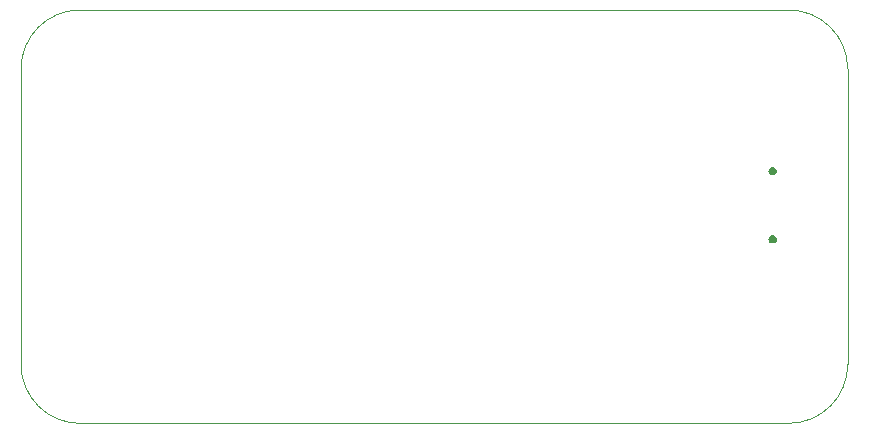
<source format=gm1>
%TF.GenerationSoftware,KiCad,Pcbnew,8.0.5*%
%TF.CreationDate,2024-09-23T12:45:29+08:00*%
%TF.ProjectId,li-chuang-di-wen-xing-cw32f030c8t6-kai-fa-ban,6c692d63-6875-4616-9e67-2d64692d7765,rev?*%
%TF.SameCoordinates,Original*%
%TF.FileFunction,Profile,NP*%
%FSLAX46Y46*%
G04 Gerber Fmt 4.6, Leading zero omitted, Abs format (unit mm)*
G04 Created by KiCad (PCBNEW 8.0.5) date 2024-09-23 12:45:29*
%MOMM*%
%LPD*%
G01*
G04 APERTURE LIST*
%TA.AperFunction,Profile*%
%ADD10C,0.050000*%
%TD*%
%TA.AperFunction,Profile*%
%ADD11C,0.000000*%
%TD*%
G04 APERTURE END LIST*
D10*
X64060000Y-98780000D02*
X64060000Y-73780000D01*
X129060000Y-68780000D02*
G75*
G02*
X134060000Y-73780000I0J-5000000D01*
G01*
X69060000Y-68780000D02*
X129060000Y-68780000D01*
X69060000Y-103780000D02*
G75*
G02*
X64060000Y-98780000I0J5000000D01*
G01*
X134060000Y-98780000D02*
G75*
G02*
X129060000Y-103780000I-5000000J0D01*
G01*
X64060000Y-73780000D02*
G75*
G02*
X69060000Y-68780000I5000000J0D01*
G01*
X129060000Y-103780000D02*
X69060000Y-103780000D01*
X134060000Y-73780000D02*
X134060000Y-98780000D01*
D11*
%TA.AperFunction,Profile*%
%TO.C,USB1*%
G36*
X127803156Y-82087130D02*
G01*
X127900725Y-82136844D01*
X127978156Y-82214275D01*
X128027870Y-82311844D01*
X128045000Y-82420000D01*
X128027870Y-82528156D01*
X127978156Y-82625725D01*
X127900725Y-82703156D01*
X127803156Y-82752870D01*
X127695000Y-82770000D01*
X127586844Y-82752870D01*
X127489275Y-82703156D01*
X127411844Y-82625725D01*
X127362130Y-82528156D01*
X127345000Y-82420000D01*
X127362130Y-82311844D01*
X127411844Y-82214275D01*
X127489275Y-82136844D01*
X127586844Y-82087130D01*
X127695000Y-82070000D01*
X127803156Y-82087130D01*
G37*
%TD.AperFunction*%
%TA.AperFunction,Profile*%
G36*
X127803156Y-87867130D02*
G01*
X127900725Y-87916844D01*
X127978156Y-87994275D01*
X128027870Y-88091844D01*
X128045000Y-88200000D01*
X128027870Y-88308156D01*
X127978156Y-88405725D01*
X127900725Y-88483156D01*
X127803156Y-88532870D01*
X127695000Y-88550000D01*
X127586844Y-88532870D01*
X127489275Y-88483156D01*
X127411844Y-88405725D01*
X127362130Y-88308156D01*
X127345000Y-88200000D01*
X127362130Y-88091844D01*
X127411844Y-87994275D01*
X127489275Y-87916844D01*
X127586844Y-87867130D01*
X127695000Y-87850000D01*
X127803156Y-87867130D01*
G37*
%TD.AperFunction*%
%TD*%
M02*

</source>
